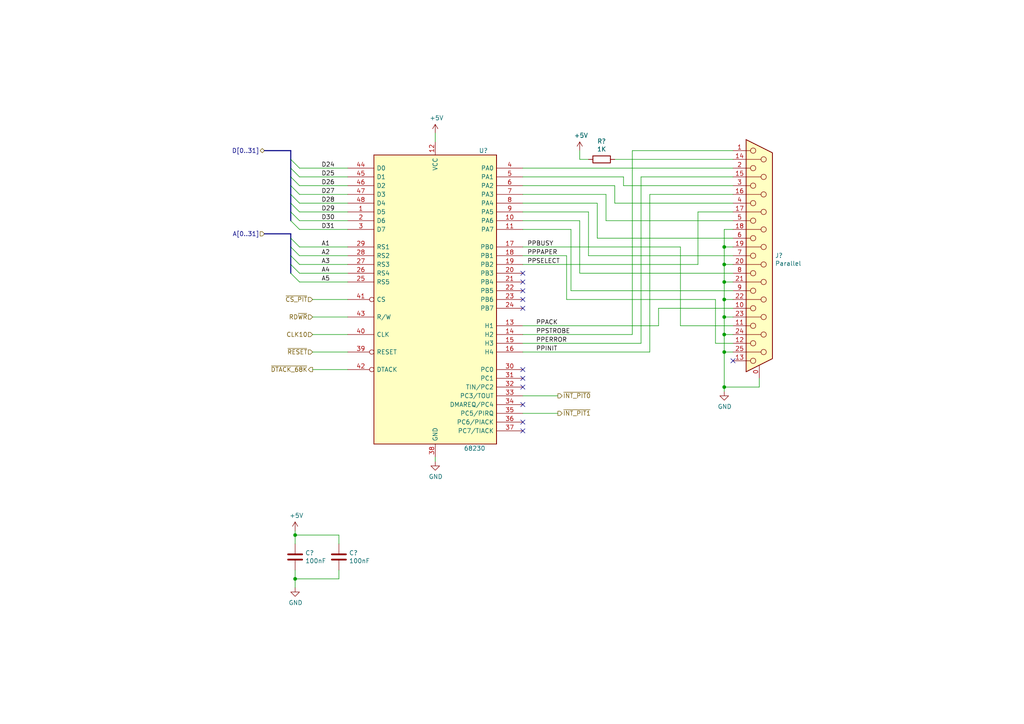
<source format=kicad_sch>
(kicad_sch (version 20211123) (generator eeschema)
  (paper "A4")
  (lib_symbols
    (symbol "Connector:DB25_Female_MountingHoles" (pin_names (offset 1.016) hide)
      (property "Reference" "J" (at 0 36.83 0))
      (property "Value" "DB25_Female_MountingHoles" (at 0 34.925 0))
      (symbol "DB25_Female_MountingHoles_0_1"
        (circle (center -1.778 -30.48) (radius 0.762))
        (circle (center -1.778 -25.4) (radius 0.762))
        (circle (center -1.778 -20.32) (radius 0.762))
        (circle (center -1.778 -15.24) (radius 0.762))
        (circle (center -1.778 -10.16) (radius 0.762))
        (circle (center -1.778 -5.08) (radius 0.762))
        (circle (center -1.778 0) (radius 0.762))
        (circle (center -1.778 5.08) (radius 0.762))
        (circle (center -1.778 10.16) (radius 0.762))
        (circle (center -1.778 15.24) (radius 0.762))
        (circle (center -1.778 20.32) (radius 0.762))
        (circle (center -1.778 25.4) (radius 0.762))
        (circle (center -1.778 30.48) (radius 0.762))
        (polyline (pts (xy -3.81 -30.48) (xy -2.54 -30.48)))
        (polyline (pts (xy -3.81 -27.94) (xy 0.508 -27.94)))
        (polyline (pts (xy -3.81 -25.4) (xy -2.54 -25.4)))
        (polyline (pts (xy -3.81 -22.86) (xy 0.508 -22.86)))
        (polyline (pts (xy -3.81 -20.32) (xy -2.54 -20.32)))
        (polyline (pts (xy -3.81 -17.78) (xy 0.508 -17.78)))
        (polyline (pts (xy -3.81 -15.24) (xy -2.54 -15.24)))
        (polyline (pts (xy -3.81 -12.7) (xy 0.508 -12.7)))
        (polyline (pts (xy -3.81 -10.16) (xy -2.54 -10.16)))
        (polyline (pts (xy -3.81 -7.62) (xy 0.508 -7.62)))
        (polyline (pts (xy -3.81 -5.08) (xy -2.54 -5.08)))
        (polyline (pts (xy -3.81 -2.54) (xy 0.508 -2.54)))
        (polyline (pts (xy -3.81 0) (xy -2.54 0)))
        (polyline (pts (xy -3.81 2.54) (xy 0.508 2.54)))
        (polyline (pts (xy -3.81 5.08) (xy -2.54 5.08)))
        (polyline (pts (xy -3.81 7.62) (xy 0.508 7.62)))
        (polyline (pts (xy -3.81 10.16) (xy -2.54 10.16)))
        (polyline (pts (xy -3.81 12.7) (xy 0.508 12.7)))
        (polyline (pts (xy -3.81 15.24) (xy -2.54 15.24)))
        (polyline (pts (xy -3.81 17.78) (xy 0.508 17.78)))
        (polyline (pts (xy -3.81 20.32) (xy -2.54 20.32)))
        (polyline (pts (xy -3.81 22.86) (xy 0.508 22.86)))
        (polyline (pts (xy -3.81 25.4) (xy -2.54 25.4)))
        (polyline (pts (xy -3.81 27.94) (xy 0.508 27.94)))
        (polyline (pts (xy -3.81 30.48) (xy -2.54 30.48)))
        (polyline (pts (xy -3.81 33.655) (xy 3.81 29.845) (xy 3.81 -29.845) (xy -3.81 -33.655) (xy -3.81 33.655)) (stroke (width 0.254)) (fill (type background)))
        (circle (center 1.27 -27.94) (radius 0.762))
        (circle (center 1.27 -22.86) (radius 0.762))
        (circle (center 1.27 -17.78) (radius 0.762))
        (circle (center 1.27 -12.7) (radius 0.762))
        (circle (center 1.27 -7.62) (radius 0.762))
        (circle (center 1.27 -2.54) (radius 0.762))
        (circle (center 1.27 2.54) (radius 0.762))
        (circle (center 1.27 7.62) (radius 0.762))
        (circle (center 1.27 12.7) (radius 0.762))
        (circle (center 1.27 17.78) (radius 0.762))
        (circle (center 1.27 22.86) (radius 0.762))
        (circle (center 1.27 27.94) (radius 0.762))
      )
      (symbol "DB25_Female_MountingHoles_1_1"
        (pin passive line (at 0 -35.56 90) (length 3.81) (name "PAD") (number "0"))
        (pin passive line (at -7.62 30.48 0) (length 3.81) (name "1") (number "1"))
        (pin passive line (at -7.62 -15.24 0) (length 3.81) (name "10") (number "10"))
        (pin passive line (at -7.62 -20.32 0) (length 3.81) (name "11") (number "11"))
        (pin passive line (at -7.62 -25.4 0) (length 3.81) (name "12") (number "12"))
        (pin passive line (at -7.62 -30.48 0) (length 3.81) (name "13") (number "13"))
        (pin passive line (at -7.62 27.94 0) (length 3.81) (name "P14") (number "14"))
        (pin passive line (at -7.62 22.86 0) (length 3.81) (name "P15") (number "15"))
        (pin passive line (at -7.62 17.78 0) (length 3.81) (name "P16") (number "16"))
        (pin passive line (at -7.62 12.7 0) (length 3.81) (name "P17") (number "17"))
        (pin passive line (at -7.62 7.62 0) (length 3.81) (name "P18") (number "18"))
        (pin passive line (at -7.62 2.54 0) (length 3.81) (name "P19") (number "19"))
        (pin passive line (at -7.62 25.4 0) (length 3.81) (name "2") (number "2"))
        (pin passive line (at -7.62 -2.54 0) (length 3.81) (name "P20") (number "20"))
        (pin passive line (at -7.62 -7.62 0) (length 3.81) (name "P21") (number "21"))
        (pin passive line (at -7.62 -12.7 0) (length 3.81) (name "P22") (number "22"))
        (pin passive line (at -7.62 -17.78 0) (length 3.81) (name "P23") (number "23"))
        (pin passive line (at -7.62 -22.86 0) (length 3.81) (name "P24") (number "24"))
        (pin passive line (at -7.62 -27.94 0) (length 3.81) (name "P25") (number "25"))
        (pin passive line (at -7.62 20.32 0) (length 3.81) (name "3") (number "3"))
        (pin passive line (at -7.62 15.24 0) (length 3.81) (name "4") (number "4"))
        (pin passive line (at -7.62 10.16 0) (length 3.81) (name "5") (number "5"))
        (pin passive line (at -7.62 5.08 0) (length 3.81) (name "6") (number "6"))
        (pin passive line (at -7.62 0 0) (length 3.81) (name "7") (number "7"))
        (pin passive line (at -7.62 -5.08 0) (length 3.81) (name "8") (number "8"))
        (pin passive line (at -7.62 -10.16 0) (length 3.81) (name "9") (number "9"))
      )
    )
    (symbol "Device:C" (pin_numbers hide) (pin_names (offset 0.254))
      (property "Reference" "C" (at 0.635 2.54 0))
      (property "Value" "C" (at 0.635 -2.54 0))
      (symbol "C_0_1"
        (polyline (pts (xy -2.032 -0.762) (xy 2.032 -0.762)) (stroke (width 0.508)))
        (polyline (pts (xy -2.032 0.762) (xy 2.032 0.762)) (stroke (width 0.508)))
      )
      (symbol "C_1_1"
        (pin passive line (at 0 3.81 270) (length 2.794) (name "~") (number "1"))
        (pin passive line (at 0 -3.81 90) (length 2.794) (name "~") (number "2"))
      )
    )
    (symbol "Device:R" (pin_numbers hide) (pin_names (offset 0))
      (property "Reference" "R" (at 2.032 0 90))
      (property "Value" "R" (at 0 0 90))
      (symbol "R_0_1"
        (rectangle (start -1.016 -2.54) (end 1.016 2.54) (stroke (width 0.254)))
      )
      (symbol "R_1_1"
        (pin passive line (at 0 3.81 270) (length 1.27) (name "~") (number "1"))
        (pin passive line (at 0 -3.81 90) (length 1.27) (name "~") (number "2"))
      )
    )
    (symbol "Interface:68230" (pin_names (offset 0.762))
      (property "Reference" "U" (at 0 3.81 0))
      (property "Value" "68230" (at 0 -3.81 0))
      (symbol "68230_0_1"
        (rectangle (start -17.78 41.91) (end 17.78 -41.91) (stroke (width 0.254)) (fill (type background)))
      )
      (symbol "68230_1_1"
        (pin tri_state line (at -25.4 25.4 0) (length 7.62) (name "D5") (number "1"))
        (pin bidirectional line (at 25.4 22.86 180) (length 7.62) (name "PA6") (number "10"))
        (pin bidirectional line (at 25.4 20.32 180) (length 7.62) (name "PA7") (number "11"))
        (pin power_in line (at 0 45.72 270) (length 3.81) (name "VCC") (number "12"))
        (pin input line (at 25.4 -7.62 180) (length 7.62) (name "H1") (number "13"))
        (pin bidirectional line (at 25.4 -10.16 180) (length 7.62) (name "H2") (number "14"))
        (pin input line (at 25.4 -12.7 180) (length 7.62) (name "H3") (number "15"))
        (pin bidirectional line (at 25.4 -15.24 180) (length 7.62) (name "H4") (number "16"))
        (pin bidirectional line (at 25.4 15.24 180) (length 7.62) (name "PB0") (number "17"))
        (pin bidirectional line (at 25.4 12.7 180) (length 7.62) (name "PB1") (number "18"))
        (pin bidirectional line (at 25.4 10.16 180) (length 7.62) (name "PB2") (number "19"))
        (pin tri_state line (at -25.4 22.86 0) (length 7.62) (name "D6") (number "2"))
        (pin bidirectional line (at 25.4 7.62 180) (length 7.62) (name "PB3") (number "20"))
        (pin bidirectional line (at 25.4 5.08 180) (length 7.62) (name "PB4") (number "21"))
        (pin bidirectional line (at 25.4 2.54 180) (length 7.62) (name "PB5") (number "22"))
        (pin bidirectional line (at 25.4 0 180) (length 7.62) (name "PB6") (number "23"))
        (pin bidirectional line (at 25.4 -2.54 180) (length 7.62) (name "PB7") (number "24"))
        (pin input line (at -25.4 5.08 0) (length 7.62) (name "RS5") (number "25"))
        (pin input line (at -25.4 7.62 0) (length 7.62) (name "RS4") (number "26"))
        (pin input line (at -25.4 10.16 0) (length 7.62) (name "RS3") (number "27"))
        (pin input line (at -25.4 12.7 0) (length 7.62) (name "RS2") (number "28"))
        (pin input line (at -25.4 15.24 0) (length 7.62) (name "RS1") (number "29"))
        (pin tri_state line (at -25.4 20.32 0) (length 7.62) (name "D7") (number "3"))
        (pin bidirectional line (at 25.4 -20.32 180) (length 7.62) (name "PC0") (number "30"))
        (pin bidirectional line (at 25.4 -22.86 180) (length 7.62) (name "PC1") (number "31"))
        (pin bidirectional line (at 25.4 -25.4 180) (length 7.62) (name "TIN/PC2") (number "32"))
        (pin bidirectional line (at 25.4 -27.94 180) (length 7.62) (name "PC3/TOUT") (number "33"))
        (pin bidirectional line (at 25.4 -30.48 180) (length 7.62) (name "DMAREQ/PC4") (number "34"))
        (pin bidirectional line (at 25.4 -33.02 180) (length 7.62) (name "PC5/PIRQ") (number "35"))
        (pin bidirectional line (at 25.4 -35.56 180) (length 7.62) (name "PC6/PIACK") (number "36"))
        (pin bidirectional line (at 25.4 -38.1 180) (length 7.62) (name "PC7/TIACK") (number "37"))
        (pin power_in line (at 0 -45.72 90) (length 3.81) (name "GND") (number "38"))
        (pin input inverted (at -25.4 -15.24 0) (length 7.62) (name "RESET") (number "39"))
        (pin bidirectional line (at 25.4 38.1 180) (length 7.62) (name "PA0") (number "4"))
        (pin input line (at -25.4 -10.16 0) (length 7.62) (name "CLK") (number "40"))
        (pin input inverted (at -25.4 0 0) (length 7.62) (name "CS") (number "41"))
        (pin open_collector inverted (at -25.4 -20.32 0) (length 7.62) (name "DTACK") (number "42"))
        (pin input line (at -25.4 -5.08 0) (length 7.62) (name "R/W") (number "43"))
        (pin tri_state line (at -25.4 38.1 0) (length 7.62) (name "D0") (number "44"))
        (pin tri_state line (at -25.4 35.56 0) (length 7.62) (name "D1") (number "45"))
        (pin tri_state line (at -25.4 33.02 0) (length 7.62) (name "D2") (number "46"))
        (pin tri_state line (at -25.4 30.48 0) (length 7.62) (name "D3") (number "47"))
        (pin tri_state line (at -25.4 27.94 0) (length 7.62) (name "D4") (number "48"))
        (pin bidirectional line (at 25.4 35.56 180) (length 7.62) (name "PA1") (number "5"))
        (pin bidirectional line (at 25.4 33.02 180) (length 7.62) (name "PA2") (number "6"))
        (pin bidirectional line (at 25.4 30.48 180) (length 7.62) (name "PA3") (number "7"))
        (pin bidirectional line (at 25.4 27.94 180) (length 7.62) (name "PA4") (number "8"))
        (pin bidirectional line (at 25.4 25.4 180) (length 7.62) (name "PA5") (number "9"))
      )
    )
    (symbol "power:+5V" (power) (pin_names (offset 0))
      (property "Value" "+5V" (at 0 3.556 0))
      (symbol "+5V_0_1"
        (polyline (pts (xy -0.762 1.27) (xy 0 2.54)))
        (polyline (pts (xy 0 0) (xy 0 2.54)))
        (polyline (pts (xy 0 2.54) (xy 0.762 1.27)))
      )
      (symbol "+5V_1_1"
        (pin power_in line (at 0 0 90) (length 0) hide (name "+5V") (number "1"))
      )
    )
    (symbol "power:GND" (power) (pin_names (offset 0))
      (property "Value" "GND" (at 0 -3.81 0))
      (symbol "GND_0_1"
        (polyline (pts (xy 0 0) (xy 0 -1.27) (xy 1.27 -1.27) (xy 0 -2.54) (xy -1.27 -1.27) (xy 0 -1.27)))
      )
      (symbol "GND_1_1"
        (pin power_in line (at 0 0 270) (length 0) hide (name "GND") (number "1"))
      )
    )
  )
  (junction (at 210.058 86.868))
  (junction (at 210.058 97.028))
  (junction (at 210.058 81.788))
  (junction (at 210.058 112.268))
  (junction (at 210.058 91.948))
  (junction (at 85.598 155.194))
  (junction (at 210.058 102.108))
  (junction (at 210.058 76.708))
  (junction (at 85.598 167.894))
  (junction (at 210.058 71.628))
  (no_connect (at 151.638 89.408))
  (no_connect (at 151.638 86.868))
  (no_connect (at 151.638 84.328))
  (no_connect (at 151.638 112.268))
  (no_connect (at 151.638 79.248))
  (no_connect (at 151.638 109.728))
  (no_connect (at 212.598 104.648))
  (no_connect (at 151.638 124.968))
  (no_connect (at 151.638 122.428))
  (no_connect (at 151.638 81.788))
  (no_connect (at 151.638 107.188))
  (no_connect (at 151.638 117.348))
  (bus_entry (at 84.328 61.468) (size 2.54 2.54))
  (bus_entry (at 84.328 74.168) (size 2.54 2.54))
  (bus_entry (at 84.328 71.628) (size 2.54 2.54))
  (bus_entry (at 84.328 79.248) (size 2.54 2.54))
  (bus_entry (at 84.328 51.308) (size 2.54 2.54))
  (bus_entry (at 84.328 53.848) (size 2.54 2.54))
  (bus_entry (at 84.328 76.708) (size 2.54 2.54))
  (bus_entry (at 84.328 64.008) (size 2.54 2.54))
  (bus_entry (at 84.328 48.768) (size 2.54 2.54))
  (bus_entry (at 84.328 56.388) (size 2.54 2.54))
  (bus_entry (at 84.328 46.228) (size 2.54 2.54))
  (bus_entry (at 84.328 69.088) (size 2.54 2.54))
  (bus_entry (at 84.328 58.928) (size 2.54 2.54))
  (bus (pts (xy 84.328 74.168) (xy 84.328 76.708)))
  (wire (pts (xy 183.388 43.688) (xy 212.598 43.688)))
  (wire (pts (xy 100.838 66.548) (xy 86.868 66.548)))
  (wire (pts (xy 212.598 97.028) (xy 210.058 97.028)))
  (wire (pts (xy 212.598 102.108) (xy 210.058 102.108)))
  (wire (pts (xy 191.008 89.408) (xy 212.598 89.408)))
  (wire (pts (xy 188.468 56.388) (xy 212.598 56.388)))
  (wire (pts (xy 210.058 102.108) (xy 210.058 112.268)))
  (wire (pts (xy 151.638 119.888) (xy 161.798 119.888)))
  (wire (pts (xy 86.868 79.248) (xy 100.838 79.248)))
  (wire (pts (xy 86.868 58.928) (xy 100.838 58.928)))
  (bus (pts (xy 84.328 46.228) (xy 84.328 48.768)))
  (wire (pts (xy 100.838 81.788) (xy 86.868 81.788)))
  (wire (pts (xy 165.608 84.328) (xy 165.608 66.548)))
  (wire (pts (xy 168.148 64.008) (xy 168.148 79.248)))
  (wire (pts (xy 86.868 74.168) (xy 100.838 74.168)))
  (wire (pts (xy 151.638 76.708) (xy 202.438 76.708)))
  (wire (pts (xy 100.838 56.388) (xy 86.868 56.388)))
  (wire (pts (xy 210.058 91.948) (xy 210.058 97.028)))
  (wire (pts (xy 126.238 38.608) (xy 126.238 41.148)))
  (wire (pts (xy 170.688 74.168) (xy 170.688 61.468)))
  (wire (pts (xy 185.928 99.568) (xy 151.638 99.568)))
  (wire (pts (xy 170.688 74.168) (xy 212.598 74.168)))
  (wire (pts (xy 90.678 97.028) (xy 100.838 97.028)))
  (bus (pts (xy 84.328 69.088) (xy 84.328 71.628)))
  (wire (pts (xy 202.438 76.708) (xy 202.438 61.468)))
  (wire (pts (xy 151.638 53.848) (xy 178.308 53.848)))
  (wire (pts (xy 210.058 97.028) (xy 210.058 102.108)))
  (wire (pts (xy 175.768 64.008) (xy 175.768 56.388)))
  (wire (pts (xy 151.638 56.388) (xy 175.768 56.388)))
  (wire (pts (xy 100.838 102.108) (xy 90.678 102.108)))
  (wire (pts (xy 210.058 76.708) (xy 210.058 71.628)))
  (wire (pts (xy 151.638 61.468) (xy 170.688 61.468)))
  (wire (pts (xy 188.468 102.108) (xy 188.468 56.388)))
  (wire (pts (xy 175.768 64.008) (xy 212.598 64.008)))
  (bus (pts (xy 76.708 67.818) (xy 84.328 67.818)))
  (wire (pts (xy 151.638 94.488) (xy 191.008 94.488)))
  (wire (pts (xy 151.638 74.168) (xy 164.338 74.168)))
  (wire (pts (xy 210.058 66.548) (xy 210.058 71.628)))
  (bus (pts (xy 84.328 43.688) (xy 76.708 43.688)))
  (bus (pts (xy 84.328 71.628) (xy 84.328 74.168)))
  (wire (pts (xy 210.058 86.868) (xy 212.598 86.868)))
  (wire (pts (xy 210.058 86.868) (xy 210.058 81.788)))
  (wire (pts (xy 173.228 69.088) (xy 173.228 58.928)))
  (wire (pts (xy 168.148 64.008) (xy 151.638 64.008)))
  (wire (pts (xy 178.308 58.928) (xy 212.598 58.928)))
  (wire (pts (xy 207.518 99.568) (xy 212.598 99.568)))
  (wire (pts (xy 85.598 165.354) (xy 85.598 167.894)))
  (wire (pts (xy 151.638 71.628) (xy 197.358 71.628)))
  (wire (pts (xy 207.518 86.868) (xy 207.518 99.568)))
  (wire (pts (xy 191.008 94.488) (xy 191.008 89.408)))
  (wire (pts (xy 90.678 107.188) (xy 100.838 107.188)))
  (wire (pts (xy 202.438 61.468) (xy 212.598 61.468)))
  (wire (pts (xy 180.848 53.848) (xy 180.848 51.308)))
  (wire (pts (xy 98.298 165.354) (xy 98.298 167.894)))
  (wire (pts (xy 151.638 66.548) (xy 165.608 66.548)))
  (bus (pts (xy 84.328 58.928) (xy 84.328 61.468)))
  (wire (pts (xy 126.238 133.858) (xy 126.238 132.588)))
  (wire (pts (xy 151.638 58.928) (xy 173.228 58.928)))
  (wire (pts (xy 151.638 102.108) (xy 188.468 102.108)))
  (bus (pts (xy 84.328 56.388) (xy 84.328 58.928)))
  (wire (pts (xy 210.058 91.948) (xy 210.058 86.868)))
  (wire (pts (xy 164.338 86.868) (xy 207.518 86.868)))
  (bus (pts (xy 84.328 43.688) (xy 84.328 46.228)))
  (wire (pts (xy 212.598 91.948) (xy 210.058 91.948)))
  (wire (pts (xy 98.298 167.894) (xy 85.598 167.894)))
  (wire (pts (xy 185.928 51.308) (xy 185.928 99.568)))
  (wire (pts (xy 151.638 51.308) (xy 180.848 51.308)))
  (wire (pts (xy 210.058 112.268) (xy 210.058 113.538)))
  (wire (pts (xy 220.218 109.728) (xy 220.218 112.268)))
  (wire (pts (xy 100.838 51.308) (xy 86.868 51.308)))
  (wire (pts (xy 165.608 84.328) (xy 212.598 84.328)))
  (bus (pts (xy 84.328 61.468) (xy 84.328 64.008)))
  (wire (pts (xy 100.838 61.468) (xy 86.868 61.468)))
  (wire (pts (xy 210.058 81.788) (xy 212.598 81.788)))
  (wire (pts (xy 85.598 155.194) (xy 98.298 155.194)))
  (wire (pts (xy 168.148 46.228) (xy 170.688 46.228)))
  (wire (pts (xy 220.218 112.268) (xy 210.058 112.268)))
  (wire (pts (xy 210.058 81.788) (xy 210.058 76.708)))
  (wire (pts (xy 164.338 74.168) (xy 164.338 86.868)))
  (wire (pts (xy 210.058 66.548) (xy 212.598 66.548)))
  (wire (pts (xy 98.298 157.734) (xy 98.298 155.194)))
  (wire (pts (xy 210.058 76.708) (xy 212.598 76.708)))
  (wire (pts (xy 100.838 71.628) (xy 86.868 71.628)))
  (wire (pts (xy 100.838 76.708) (xy 86.868 76.708)))
  (wire (pts (xy 151.638 97.028) (xy 183.388 97.028)))
  (wire (pts (xy 197.358 71.628) (xy 197.358 94.488)))
  (wire (pts (xy 151.638 48.768) (xy 212.598 48.768)))
  (wire (pts (xy 90.678 86.868) (xy 100.838 86.868)))
  (wire (pts (xy 100.838 91.948) (xy 90.678 91.948)))
  (bus (pts (xy 84.328 51.308) (xy 84.328 53.848)))
  (wire (pts (xy 151.638 114.808) (xy 161.798 114.808)))
  (wire (pts (xy 85.598 155.194) (xy 85.598 153.924)))
  (wire (pts (xy 185.928 51.308) (xy 212.598 51.308)))
  (wire (pts (xy 86.868 64.008) (xy 100.838 64.008)))
  (wire (pts (xy 100.838 48.768) (xy 86.868 48.768)))
  (wire (pts (xy 178.308 58.928) (xy 178.308 53.848)))
  (wire (pts (xy 85.598 167.894) (xy 85.598 170.434)))
  (wire (pts (xy 168.148 43.688) (xy 168.148 46.228)))
  (wire (pts (xy 180.848 53.848) (xy 212.598 53.848)))
  (bus (pts (xy 84.328 67.818) (xy 84.328 69.088)))
  (wire (pts (xy 173.228 69.088) (xy 212.598 69.088)))
  (wire (pts (xy 168.148 79.248) (xy 212.598 79.248)))
  (bus (pts (xy 84.328 48.768) (xy 84.328 51.308)))
  (wire (pts (xy 210.058 71.628) (xy 212.598 71.628)))
  (wire (pts (xy 86.868 53.848) (xy 100.838 53.848)))
  (wire (pts (xy 183.388 43.688) (xy 183.388 97.028)))
  (wire (pts (xy 178.308 46.228) (xy 212.598 46.228)))
  (wire (pts (xy 85.598 157.734) (xy 85.598 155.194)))
  (bus (pts (xy 84.328 76.708) (xy 84.328 79.248)))
  (wire (pts (xy 197.358 94.488) (xy 212.598 94.488)))
  (bus (pts (xy 84.328 53.848) (xy 84.328 56.388)))
  (label "D28" (at 93.218 58.928 0))
  (label "D27" (at 93.218 56.388 0))
  (label "A5" (at 93.218 81.788 0))
  (label "PPSTROBE" (at 155.448 97.028 0))
  (label "PPBUSY" (at 152.908 71.628 0))
  (label "D26" (at 93.218 53.848 0))
  (label "A3" (at 93.218 76.708 0))
  (label "D29" (at 93.218 61.468 0))
  (label "D31" (at 93.218 66.548 0))
  (label "PPERROR" (at 155.448 99.568 0))
  (label "PPPAPER" (at 152.908 74.168 0))
  (label "A4" (at 93.218 79.248 0))
  (label "PPACK" (at 155.448 94.488 0))
  (label "A2" (at 93.218 74.168 0))
  (label "PPINIT" (at 155.448 102.108 0))
  (label "A1" (at 93.218 71.628 0))
  (label "D25" (at 93.218 51.308 0))
  (label "D30" (at 93.218 64.008 0))
  (label "D24" (at 93.218 48.768 0))
  (label "PPSELECT" (at 152.908 76.708 0))
  (hierarchical_label "~{DTACK_68K}" (shape output) (at 90.678 107.188 180))
  (hierarchical_label "~{CS_PIT}" (shape input) (at 90.678 86.868 180))
  (hierarchical_label "RD~{WR}" (shape input) (at 90.678 91.948 180))
  (hierarchical_label "~{RESET}" (shape input) (at 90.678 102.108 180))
  (hierarchical_label "CLK10" (shape input) (at 90.678 97.028 180))
  (hierarchical_label "~{INT_PIT0}" (shape output) (at 161.798 114.808 0))
  (hierarchical_label "D[0..31]" (shape bidirectional) (at 76.708 43.688 180))
  (hierarchical_label "A[0..31]" (shape input) (at 76.708 67.818 180))
  (hierarchical_label "~{INT_PIT1}" (shape output) (at 161.798 119.888 0))
  (symbol (lib_id "power:+5V") (at 168.148 43.688 0) (unit 1)
    (property "Reference" "#PWR?" (effects hide))
    (property "Value" "+5V" (at 168.529 39.2938 0))
  )
  (symbol (lib_id "Device:R") (at 174.498 46.228 90) (unit 1)
    (property "Reference" "R?" (at 174.498 40.9702 90))
    (property "Value" "1K" (at 174.498 43.2816 90))
    (property "Footprint" "Resistor_THT:R_Axial_DIN0207_L6.3mm_D2.5mm_P10.16mm_Horizontal" (effects hide))
  )
  (symbol (lib_id "power:GND") (at 85.598 170.434 0) (unit 1)
    (property "Reference" "#PWR?" (effects hide))
    (property "Value" "GND" (at 85.725 174.8282 0))
  )
  (symbol (lib_id "Connector:DB25_Female_MountingHoles") (at 220.218 74.168 0) (unit 1)
    (property "Reference" "J?" (at 224.79 74.1172 0) (effects (justify left)))
    (property "Value" "Parallel" (at 224.79 76.4286 0) (effects (justify left)))
    (property "Footprint" "Connector_Dsub:DSUB-25_Female_Horizontal_P2.77x2.84mm_EdgePinOffset7.70mm_Housed_MountingHolesOffset9.12mm" (effects hide))
    (property "Datasheet" " ~" (effects hide))
  )
  (symbol (lib_id "power:+5V") (at 85.598 153.924 0) (unit 1)
    (property "Reference" "#PWR?" (effects hide))
    (property "Value" "+5V" (at 85.979 149.5298 0))
  )
  (symbol (lib_id "power:GND") (at 210.058 113.538 0) (unit 1)
    (property "Reference" "#PWR?" (effects hide))
    (property "Value" "GND" (at 210.185 117.9322 0))
  )
  (symbol (lib_id "Device:C") (at 85.598 161.544 0) (unit 1)
    (property "Reference" "C?" (at 88.519 160.3756 0) (effects (justify left)))
    (property "Value" "100nF" (at 88.519 162.687 0) (effects (justify left)))
    (property "Footprint" "Capacitor_THT:C_Disc_D3.8mm_W2.6mm_P2.50mm" (effects hide))
  )
  (symbol (lib_id "power:GND") (at 126.238 133.858 0) (unit 1)
    (property "Reference" "#PWR?" (effects hide))
    (property "Value" "GND" (at 126.365 138.2522 0))
  )
  (symbol (lib_id "Interface:68230") (at 126.238 86.868 0) (unit 1)
    (property "Reference" "U?" (at 140.208 43.688 0))
    (property "Value" "68230" (at 137.668 130.048 0))
    (property "Footprint" "Package_DIP:DIP-48_W15.24mm_Socket" (effects hide))
  )
  (symbol (lib_id "power:+5V") (at 126.238 38.608 0) (unit 1)
    (property "Reference" "#PWR?" (effects hide))
    (property "Value" "+5V" (at 126.619 34.2138 0))
  )
  (symbol (lib_id "Device:C") (at 98.298 161.544 0) (unit 1)
    (property "Reference" "C?" (at 101.219 160.3756 0) (effects (justify left)))
    (property "Value" "100nF" (at 101.219 162.687 0) (effects (justify left)))
    (property "Footprint" "Capacitor_THT:C_Disc_D3.8mm_W2.6mm_P2.50mm" (effects hide))
  )
)
</source>
